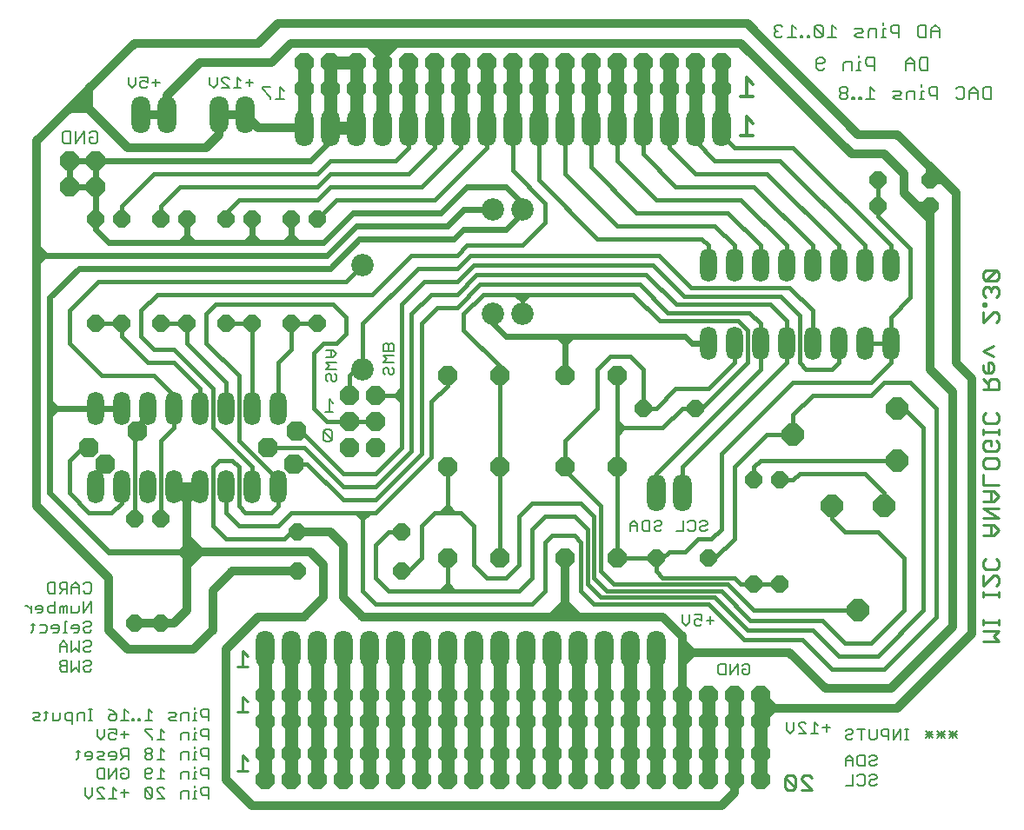
<source format=gbr>
G75*
G70*
%OFA0B0*%
%FSLAX24Y24*%
%IPPOS*%
%LPD*%
%AMOC8*
5,1,8,0,0,1.08239X$1,22.5*
%
%ADD10C,0.0080*%
%ADD11C,0.0110*%
%ADD12C,0.0130*%
%ADD13OC8,0.0720*%
%ADD14O,0.0720X0.1440*%
%ADD15OC8,0.0640*%
%ADD16O,0.0640X0.1280*%
%ADD17OC8,0.0750*%
%ADD18OC8,0.0840*%
%ADD19C,0.0500*%
%ADD20C,0.0160*%
%ADD21C,0.0320*%
%ADD22OC8,0.0760*%
%ADD23C,0.0240*%
%ADD24C,0.0860*%
D10*
X003646Y003380D02*
X003506Y003520D01*
X003506Y003801D01*
X003786Y003801D02*
X003786Y003520D01*
X003646Y003380D01*
X003966Y003380D02*
X004246Y003380D01*
X003966Y003660D01*
X003966Y003731D01*
X004036Y003801D01*
X004176Y003801D01*
X004246Y003731D01*
X004567Y003801D02*
X004567Y003380D01*
X004707Y003380D02*
X004427Y003380D01*
X004707Y003660D02*
X004567Y003801D01*
X004707Y004130D02*
X004707Y004551D01*
X004427Y004130D01*
X004427Y004551D01*
X004246Y004551D02*
X004246Y004130D01*
X004036Y004130D01*
X003966Y004200D01*
X003966Y004481D01*
X004036Y004551D01*
X004246Y004551D01*
X004246Y004880D02*
X004036Y004880D01*
X003966Y004950D01*
X004036Y005020D01*
X004176Y005020D01*
X004246Y005090D01*
X004176Y005160D01*
X003966Y005160D01*
X003786Y005090D02*
X003716Y005160D01*
X003576Y005160D01*
X003506Y005090D01*
X003506Y005020D01*
X003786Y005020D01*
X003786Y004950D02*
X003786Y005090D01*
X003786Y004950D02*
X003716Y004880D01*
X003576Y004880D01*
X003256Y004950D02*
X003256Y005231D01*
X003326Y005160D02*
X003186Y005160D01*
X003256Y004950D02*
X003186Y004880D01*
X003966Y005770D02*
X003966Y006051D01*
X004246Y006051D02*
X004246Y005770D01*
X004106Y005630D01*
X003966Y005770D01*
X004427Y005700D02*
X004497Y005630D01*
X004637Y005630D01*
X004707Y005700D01*
X004707Y005840D02*
X004567Y005910D01*
X004497Y005910D01*
X004427Y005840D01*
X004427Y005700D01*
X004707Y005840D02*
X004707Y006051D01*
X004427Y006051D01*
X004497Y006380D02*
X004427Y006450D01*
X004427Y006520D01*
X004497Y006590D01*
X004707Y006590D01*
X004707Y006450D01*
X004637Y006380D01*
X004497Y006380D01*
X004707Y006590D02*
X004567Y006731D01*
X004427Y006801D01*
X005027Y006801D02*
X005027Y006380D01*
X005167Y006380D02*
X004887Y006380D01*
X005167Y006660D02*
X005027Y006801D01*
X005327Y006450D02*
X005327Y006380D01*
X005397Y006380D01*
X005397Y006450D01*
X005327Y006450D01*
X005557Y006450D02*
X005557Y006380D01*
X005628Y006380D01*
X005628Y006450D01*
X005557Y006450D01*
X005808Y006380D02*
X006088Y006380D01*
X005948Y006380D02*
X005948Y006801D01*
X006088Y006660D01*
X006728Y006660D02*
X006939Y006660D01*
X007009Y006590D01*
X006939Y006520D01*
X006798Y006520D01*
X006728Y006450D01*
X006798Y006380D01*
X007009Y006380D01*
X007189Y006380D02*
X007189Y006590D01*
X007259Y006660D01*
X007469Y006660D01*
X007469Y006380D01*
X007636Y006380D02*
X007776Y006380D01*
X007706Y006380D02*
X007706Y006660D01*
X007776Y006660D01*
X007706Y006801D02*
X007706Y006871D01*
X007956Y006731D02*
X007956Y006590D01*
X008026Y006520D01*
X008236Y006520D01*
X008236Y006380D02*
X008236Y006801D01*
X008026Y006801D01*
X007956Y006731D01*
X007706Y006121D02*
X007706Y006051D01*
X007706Y005910D02*
X007706Y005630D01*
X007776Y005630D02*
X007636Y005630D01*
X007469Y005630D02*
X007469Y005910D01*
X007259Y005910D01*
X007189Y005840D01*
X007189Y005630D01*
X007259Y005160D02*
X007189Y005090D01*
X007189Y004880D01*
X007469Y004880D02*
X007469Y005160D01*
X007259Y005160D01*
X007706Y005160D02*
X007706Y004880D01*
X007776Y004880D02*
X007636Y004880D01*
X007706Y004621D02*
X007706Y004551D01*
X007706Y004410D02*
X007706Y004130D01*
X007776Y004130D02*
X007636Y004130D01*
X007469Y004130D02*
X007469Y004410D01*
X007259Y004410D01*
X007189Y004340D01*
X007189Y004130D01*
X007706Y003871D02*
X007706Y003801D01*
X007706Y003660D02*
X007706Y003380D01*
X007776Y003380D02*
X007636Y003380D01*
X007469Y003380D02*
X007469Y003660D01*
X007259Y003660D01*
X007189Y003590D01*
X007189Y003380D01*
X007706Y003660D02*
X007776Y003660D01*
X007956Y003590D02*
X008026Y003520D01*
X008236Y003520D01*
X008236Y003380D02*
X008236Y003801D01*
X008026Y003801D01*
X007956Y003731D01*
X007956Y003590D01*
X008236Y004130D02*
X008236Y004551D01*
X008026Y004551D01*
X007956Y004481D01*
X007956Y004340D01*
X008026Y004270D01*
X008236Y004270D01*
X007776Y004410D02*
X007706Y004410D01*
X008026Y005020D02*
X008236Y005020D01*
X008236Y004880D02*
X008236Y005301D01*
X008026Y005301D01*
X007956Y005231D01*
X007956Y005090D01*
X008026Y005020D01*
X007776Y005160D02*
X007706Y005160D01*
X007706Y005301D02*
X007706Y005371D01*
X008026Y005770D02*
X008236Y005770D01*
X008236Y005630D02*
X008236Y006051D01*
X008026Y006051D01*
X007956Y005981D01*
X007956Y005840D01*
X008026Y005770D01*
X007776Y005910D02*
X007706Y005910D01*
X006548Y005910D02*
X006408Y006051D01*
X006408Y005630D01*
X006548Y005630D02*
X006268Y005630D01*
X006088Y005630D02*
X006088Y005700D01*
X005808Y005981D01*
X005808Y006051D01*
X006088Y006051D01*
X006018Y005301D02*
X005878Y005301D01*
X005808Y005231D01*
X005808Y005160D01*
X005878Y005090D01*
X006018Y005090D01*
X006088Y005160D01*
X006088Y005231D01*
X006018Y005301D01*
X006018Y005090D02*
X006088Y005020D01*
X006088Y004950D01*
X006018Y004880D01*
X005878Y004880D01*
X005808Y004950D01*
X005808Y005020D01*
X005878Y005090D01*
X006268Y004880D02*
X006548Y004880D01*
X006408Y004880D02*
X006408Y005301D01*
X006548Y005160D01*
X006408Y004551D02*
X006408Y004130D01*
X006548Y004130D02*
X006268Y004130D01*
X006088Y004200D02*
X006018Y004130D01*
X005878Y004130D01*
X005808Y004200D01*
X005808Y004481D01*
X005878Y004551D01*
X006018Y004551D01*
X006088Y004481D01*
X006088Y004410D01*
X006018Y004340D01*
X005808Y004340D01*
X005878Y003801D02*
X005808Y003731D01*
X006088Y003450D01*
X006018Y003380D01*
X005878Y003380D01*
X005808Y003450D01*
X005808Y003731D01*
X005878Y003801D02*
X006018Y003801D01*
X006088Y003731D01*
X006088Y003450D01*
X006268Y003380D02*
X006548Y003380D01*
X006268Y003660D01*
X006268Y003731D01*
X006338Y003801D01*
X006478Y003801D01*
X006548Y003731D01*
X006548Y004410D02*
X006408Y004551D01*
X005167Y004481D02*
X005167Y004200D01*
X005097Y004130D01*
X004957Y004130D01*
X004887Y004200D01*
X004887Y004340D01*
X005027Y004340D01*
X004887Y004481D02*
X004957Y004551D01*
X005097Y004551D01*
X005167Y004481D01*
X005167Y004880D02*
X005167Y005301D01*
X004957Y005301D01*
X004887Y005231D01*
X004887Y005090D01*
X004957Y005020D01*
X005167Y005020D01*
X005027Y005020D02*
X004887Y004880D01*
X004707Y004950D02*
X004707Y005090D01*
X004637Y005160D01*
X004497Y005160D01*
X004427Y005090D01*
X004427Y005020D01*
X004707Y005020D01*
X004707Y004950D02*
X004637Y004880D01*
X004497Y004880D01*
X005027Y005700D02*
X005027Y005981D01*
X005167Y005840D02*
X004887Y005840D01*
X003786Y006380D02*
X003646Y006380D01*
X003716Y006380D02*
X003716Y006801D01*
X003786Y006801D02*
X003646Y006801D01*
X003479Y006660D02*
X003479Y006380D01*
X003199Y006380D02*
X003199Y006590D01*
X003269Y006660D01*
X003479Y006660D01*
X003019Y006660D02*
X003019Y006240D01*
X003019Y006380D02*
X002809Y006380D01*
X002739Y006450D01*
X002739Y006590D01*
X002809Y006660D01*
X003019Y006660D01*
X002559Y006660D02*
X002559Y006450D01*
X002489Y006380D01*
X002278Y006380D01*
X002278Y006660D01*
X002098Y006660D02*
X001958Y006660D01*
X002028Y006731D02*
X002028Y006450D01*
X001958Y006380D01*
X001791Y006380D02*
X001581Y006380D01*
X001511Y006450D01*
X001581Y006520D01*
X001721Y006520D01*
X001791Y006590D01*
X001721Y006660D01*
X001511Y006660D01*
X002605Y008255D02*
X002815Y008255D01*
X002815Y008676D01*
X002605Y008676D01*
X002535Y008606D01*
X002535Y008535D01*
X002605Y008465D01*
X002815Y008465D01*
X002605Y008465D02*
X002535Y008395D01*
X002535Y008325D01*
X002605Y008255D01*
X002996Y008255D02*
X002996Y008676D01*
X003276Y008676D02*
X003276Y008255D01*
X003136Y008395D01*
X002996Y008255D01*
X003456Y008325D02*
X003526Y008255D01*
X003666Y008255D01*
X003736Y008325D01*
X003666Y008465D02*
X003526Y008465D01*
X003456Y008395D01*
X003456Y008325D01*
X003666Y008465D02*
X003736Y008535D01*
X003736Y008606D01*
X003666Y008676D01*
X003526Y008676D01*
X003456Y008606D01*
X003526Y009005D02*
X003666Y009005D01*
X003736Y009075D01*
X003666Y009215D02*
X003526Y009215D01*
X003456Y009145D01*
X003456Y009075D01*
X003526Y009005D01*
X003276Y009005D02*
X003136Y009145D01*
X002996Y009005D01*
X002996Y009426D01*
X002815Y009285D02*
X002675Y009426D01*
X002535Y009285D01*
X002535Y009005D01*
X002535Y009215D02*
X002815Y009215D01*
X002815Y009285D02*
X002815Y009005D01*
X003276Y009005D02*
X003276Y009426D01*
X003456Y009356D02*
X003526Y009426D01*
X003666Y009426D01*
X003736Y009356D01*
X003736Y009285D01*
X003666Y009215D01*
X003666Y009755D02*
X003526Y009755D01*
X003456Y009825D01*
X003456Y009895D01*
X003526Y009965D01*
X003666Y009965D01*
X003736Y010035D01*
X003736Y010106D01*
X003666Y010176D01*
X003526Y010176D01*
X003456Y010106D01*
X003276Y009965D02*
X003206Y010035D01*
X003066Y010035D01*
X002996Y009965D01*
X002996Y009895D01*
X003276Y009895D01*
X003276Y009825D02*
X003276Y009965D01*
X003276Y009825D02*
X003206Y009755D01*
X003066Y009755D01*
X002815Y009755D02*
X002675Y009755D01*
X002745Y009755D02*
X002745Y010176D01*
X002815Y010176D01*
X002815Y010505D02*
X002815Y010785D01*
X002745Y010785D01*
X002675Y010715D01*
X002605Y010785D01*
X002535Y010715D01*
X002535Y010505D01*
X002675Y010505D02*
X002675Y010715D01*
X002355Y010785D02*
X002145Y010785D01*
X002075Y010715D01*
X002075Y010575D01*
X002145Y010505D01*
X002355Y010505D01*
X002355Y010926D01*
X002355Y011255D02*
X002145Y011255D01*
X002075Y011325D01*
X002075Y011606D01*
X002145Y011676D01*
X002355Y011676D01*
X002355Y011255D01*
X002535Y011255D02*
X002675Y011395D01*
X002605Y011395D02*
X002815Y011395D01*
X002815Y011255D02*
X002815Y011676D01*
X002605Y011676D01*
X002535Y011606D01*
X002535Y011465D01*
X002605Y011395D01*
X002996Y011465D02*
X003276Y011465D01*
X003276Y011535D02*
X003136Y011676D01*
X002996Y011535D01*
X002996Y011255D01*
X003276Y011255D02*
X003276Y011535D01*
X003456Y011606D02*
X003526Y011676D01*
X003666Y011676D01*
X003736Y011606D01*
X003736Y011325D01*
X003666Y011255D01*
X003526Y011255D01*
X003456Y011325D01*
X003456Y010926D02*
X003456Y010505D01*
X003736Y010926D01*
X003736Y010505D01*
X003276Y010575D02*
X003206Y010505D01*
X002996Y010505D01*
X002996Y010785D01*
X003276Y010785D02*
X003276Y010575D01*
X002509Y009965D02*
X002439Y010035D01*
X002298Y010035D01*
X002228Y009965D01*
X002228Y009895D01*
X002509Y009895D01*
X002509Y009825D02*
X002509Y009965D01*
X002509Y009825D02*
X002439Y009755D01*
X002298Y009755D01*
X002048Y009825D02*
X001978Y009755D01*
X001768Y009755D01*
X001518Y009825D02*
X001518Y010106D01*
X001588Y010035D02*
X001448Y010035D01*
X001518Y009825D02*
X001448Y009755D01*
X001768Y010035D02*
X001978Y010035D01*
X002048Y009965D01*
X002048Y009825D01*
X001825Y010505D02*
X001895Y010575D01*
X001895Y010715D01*
X001825Y010785D01*
X001685Y010785D01*
X001615Y010715D01*
X001615Y010645D01*
X001895Y010645D01*
X001825Y010505D02*
X001685Y010505D01*
X001434Y010505D02*
X001434Y010785D01*
X001434Y010645D02*
X001294Y010785D01*
X001224Y010785D01*
X003666Y009755D02*
X003736Y009825D01*
X005027Y003731D02*
X005027Y003450D01*
X005167Y003590D02*
X004887Y003590D01*
X012737Y017070D02*
X012657Y017150D01*
X012657Y017471D01*
X012977Y017150D01*
X012897Y017070D01*
X012737Y017070D01*
X012977Y017150D02*
X012977Y017471D01*
X012897Y017551D01*
X012737Y017551D01*
X012657Y017471D01*
X012707Y018220D02*
X013027Y018220D01*
X012867Y018220D02*
X012867Y018701D01*
X013027Y018540D01*
X013021Y019380D02*
X012951Y019450D01*
X012951Y019590D01*
X012881Y019660D01*
X012811Y019660D01*
X012741Y019590D01*
X012741Y019450D01*
X012811Y019380D01*
X013021Y019380D02*
X013091Y019380D01*
X013162Y019450D01*
X013162Y019590D01*
X013091Y019660D01*
X013162Y019841D02*
X012741Y019841D01*
X012881Y019981D01*
X012741Y020121D01*
X013162Y020121D01*
X013021Y020301D02*
X013162Y020441D01*
X013021Y020581D01*
X012741Y020581D01*
X012951Y020581D02*
X012951Y020301D01*
X013021Y020301D02*
X012741Y020301D01*
X014941Y020371D02*
X015362Y020371D01*
X015362Y020551D02*
X014941Y020551D01*
X014941Y020761D01*
X015011Y020831D01*
X015081Y020831D01*
X015151Y020761D01*
X015151Y020551D01*
X015151Y020761D02*
X015221Y020831D01*
X015291Y020831D01*
X015362Y020761D01*
X015362Y020551D01*
X015081Y020231D02*
X014941Y020371D01*
X015081Y020231D02*
X014941Y020091D01*
X015362Y020091D01*
X015291Y019910D02*
X015362Y019840D01*
X015362Y019700D01*
X015291Y019630D01*
X015221Y019630D01*
X015151Y019700D01*
X015151Y019840D01*
X015081Y019910D01*
X015011Y019910D01*
X014941Y019840D01*
X014941Y019700D01*
X015011Y019630D01*
X024416Y013910D02*
X024416Y013630D01*
X024416Y013840D02*
X024697Y013840D01*
X024697Y013910D02*
X024556Y014051D01*
X024416Y013910D01*
X024697Y013910D02*
X024697Y013630D01*
X024877Y013700D02*
X024947Y013630D01*
X025157Y013630D01*
X025157Y014051D01*
X024947Y014051D01*
X024877Y013981D01*
X024877Y013700D01*
X025337Y013700D02*
X025407Y013630D01*
X025547Y013630D01*
X025617Y013700D01*
X025547Y013840D02*
X025407Y013840D01*
X025337Y013770D01*
X025337Y013700D01*
X025547Y013840D02*
X025617Y013910D01*
X025617Y013981D01*
X025547Y014051D01*
X025407Y014051D01*
X025337Y013981D01*
X026166Y013630D02*
X026447Y013630D01*
X026447Y014051D01*
X026627Y013981D02*
X026697Y014051D01*
X026837Y014051D01*
X026907Y013981D01*
X026907Y013700D01*
X026837Y013630D01*
X026697Y013630D01*
X026627Y013700D01*
X027087Y013700D02*
X027157Y013630D01*
X027297Y013630D01*
X027367Y013700D01*
X027297Y013840D02*
X027157Y013840D01*
X027087Y013770D01*
X027087Y013700D01*
X027297Y013840D02*
X027367Y013910D01*
X027367Y013981D01*
X027297Y014051D01*
X027157Y014051D01*
X027087Y013981D01*
X027157Y010426D02*
X026877Y010426D01*
X026947Y010285D02*
X026877Y010215D01*
X026877Y010075D01*
X026947Y010005D01*
X027087Y010005D01*
X027157Y010075D01*
X027157Y010215D02*
X027017Y010285D01*
X026947Y010285D01*
X027157Y010215D02*
X027157Y010426D01*
X027337Y010215D02*
X027617Y010215D01*
X027477Y010075D02*
X027477Y010356D01*
X026697Y010426D02*
X026697Y010145D01*
X026556Y010005D01*
X026416Y010145D01*
X026416Y010426D01*
X027861Y008551D02*
X028072Y008551D01*
X028072Y008130D01*
X027861Y008130D01*
X027791Y008200D01*
X027791Y008481D01*
X027861Y008551D01*
X028252Y008551D02*
X028252Y008130D01*
X028532Y008551D01*
X028532Y008130D01*
X028712Y008200D02*
X028712Y008340D01*
X028852Y008340D01*
X028712Y008200D02*
X028782Y008130D01*
X028922Y008130D01*
X028992Y008200D01*
X028992Y008481D01*
X028922Y008551D01*
X028782Y008551D01*
X028712Y008481D01*
X030416Y006301D02*
X030416Y006020D01*
X030557Y005880D01*
X030697Y006020D01*
X030697Y006301D01*
X030877Y006231D02*
X030947Y006301D01*
X031087Y006301D01*
X031157Y006231D01*
X030877Y006231D02*
X030877Y006160D01*
X031157Y005880D01*
X030877Y005880D01*
X031337Y005880D02*
X031617Y005880D01*
X031477Y005880D02*
X031477Y006301D01*
X031617Y006160D01*
X031797Y006090D02*
X032078Y006090D01*
X031938Y005950D02*
X031938Y006231D01*
X032667Y005981D02*
X032737Y006051D01*
X032877Y006051D01*
X032947Y005981D01*
X032947Y005910D01*
X032877Y005840D01*
X032737Y005840D01*
X032667Y005770D01*
X032667Y005700D01*
X032737Y005630D01*
X032877Y005630D01*
X032947Y005700D01*
X033267Y005630D02*
X033267Y006051D01*
X033407Y006051D02*
X033127Y006051D01*
X033587Y006051D02*
X033587Y005700D01*
X033657Y005630D01*
X033798Y005630D01*
X033868Y005700D01*
X033868Y006051D01*
X034048Y005981D02*
X034048Y005840D01*
X034118Y005770D01*
X034328Y005770D01*
X034328Y005630D02*
X034328Y006051D01*
X034118Y006051D01*
X034048Y005981D01*
X034508Y006051D02*
X034508Y005630D01*
X034788Y006051D01*
X034788Y005630D01*
X034955Y005630D02*
X035095Y005630D01*
X035025Y005630D02*
X035025Y006051D01*
X035095Y006051D02*
X034955Y006051D01*
X035736Y005981D02*
X036016Y005700D01*
X035876Y005700D02*
X035876Y005981D01*
X036016Y005981D02*
X035736Y005700D01*
X035736Y005840D02*
X036016Y005840D01*
X036196Y005840D02*
X036476Y005840D01*
X036476Y005700D02*
X036196Y005981D01*
X036336Y005981D02*
X036336Y005700D01*
X036196Y005700D02*
X036476Y005981D01*
X036656Y005981D02*
X036937Y005700D01*
X036937Y005840D02*
X036656Y005840D01*
X036656Y005700D02*
X036937Y005981D01*
X036796Y005981D02*
X036796Y005700D01*
X033867Y004981D02*
X033867Y004910D01*
X033797Y004840D01*
X033657Y004840D01*
X033587Y004770D01*
X033587Y004700D01*
X033657Y004630D01*
X033797Y004630D01*
X033867Y004700D01*
X033867Y004981D02*
X033797Y005051D01*
X033657Y005051D01*
X033587Y004981D01*
X033407Y005051D02*
X033197Y005051D01*
X033127Y004981D01*
X033127Y004700D01*
X033197Y004630D01*
X033407Y004630D01*
X033407Y005051D01*
X032947Y004910D02*
X032947Y004630D01*
X032947Y004840D02*
X032666Y004840D01*
X032666Y004910D02*
X032666Y004630D01*
X032666Y004910D02*
X032806Y005051D01*
X032947Y004910D01*
X032947Y004301D02*
X032947Y003880D01*
X032666Y003880D01*
X033127Y003950D02*
X033197Y003880D01*
X033337Y003880D01*
X033407Y003950D01*
X033407Y004231D01*
X033337Y004301D01*
X033197Y004301D01*
X033127Y004231D01*
X033587Y004231D02*
X033657Y004301D01*
X033797Y004301D01*
X033867Y004231D01*
X033867Y004160D01*
X033797Y004090D01*
X033657Y004090D01*
X033587Y004020D01*
X033587Y003950D01*
X033657Y003880D01*
X033797Y003880D01*
X033867Y003950D01*
X003986Y028585D02*
X003906Y028505D01*
X003746Y028505D01*
X003666Y028585D01*
X003666Y028745D01*
X003826Y028745D01*
X003986Y028906D02*
X003986Y028585D01*
X003986Y028906D02*
X003906Y028986D01*
X003746Y028986D01*
X003666Y028906D01*
X003471Y028986D02*
X003471Y028505D01*
X003150Y028505D02*
X003150Y028986D01*
X002955Y028986D02*
X002715Y028986D01*
X002635Y028906D01*
X002635Y028585D01*
X002715Y028505D01*
X002955Y028505D01*
X002955Y028986D01*
X003471Y028986D02*
X003150Y028505D01*
X005306Y030630D02*
X005166Y030770D01*
X005166Y031051D01*
X005447Y031051D02*
X005447Y030770D01*
X005306Y030630D01*
X005627Y030700D02*
X005697Y030630D01*
X005837Y030630D01*
X005907Y030700D01*
X005907Y030840D02*
X005767Y030910D01*
X005697Y030910D01*
X005627Y030840D01*
X005627Y030700D01*
X005907Y030840D02*
X005907Y031051D01*
X005627Y031051D01*
X006087Y030840D02*
X006367Y030840D01*
X006227Y030700D02*
X006227Y030981D01*
X008291Y031051D02*
X008291Y030770D01*
X008432Y030630D01*
X008572Y030770D01*
X008572Y031051D01*
X008752Y030981D02*
X008822Y031051D01*
X008962Y031051D01*
X009032Y030981D01*
X008752Y030981D02*
X008752Y030910D01*
X009032Y030630D01*
X008752Y030630D01*
X009212Y030630D02*
X009492Y030630D01*
X009352Y030630D02*
X009352Y031051D01*
X009492Y030910D01*
X009672Y030840D02*
X009953Y030840D01*
X009813Y030700D02*
X009813Y030981D01*
X010307Y030676D02*
X010307Y030596D01*
X010627Y030275D01*
X010627Y030195D01*
X010822Y030195D02*
X011142Y030195D01*
X010982Y030195D02*
X010982Y030676D01*
X011142Y030515D01*
X010627Y030676D02*
X010307Y030676D01*
X029932Y032650D02*
X030012Y032570D01*
X030172Y032570D01*
X030252Y032650D01*
X030447Y032570D02*
X030768Y032570D01*
X030607Y032570D02*
X030607Y033051D01*
X030768Y032890D01*
X030945Y032650D02*
X030945Y032570D01*
X031025Y032570D01*
X031025Y032650D01*
X030945Y032650D01*
X031203Y032650D02*
X031203Y032570D01*
X031283Y032570D01*
X031283Y032650D01*
X031203Y032650D01*
X031479Y032650D02*
X031479Y032971D01*
X031799Y032650D01*
X031719Y032570D01*
X031559Y032570D01*
X031479Y032650D01*
X031799Y032650D02*
X031799Y032971D01*
X031719Y033051D01*
X031559Y033051D01*
X031479Y032971D01*
X031994Y032570D02*
X032314Y032570D01*
X032154Y032570D02*
X032154Y033051D01*
X032314Y032890D01*
X033025Y032890D02*
X033266Y032890D01*
X033346Y032810D01*
X033266Y032730D01*
X033106Y032730D01*
X033025Y032650D01*
X033106Y032570D01*
X033346Y032570D01*
X033541Y032570D02*
X033541Y032810D01*
X033621Y032890D01*
X033861Y032890D01*
X033861Y032570D01*
X034045Y032570D02*
X034205Y032570D01*
X034125Y032570D02*
X034125Y032890D01*
X034205Y032890D01*
X034125Y033051D02*
X034125Y033131D01*
X034400Y032971D02*
X034400Y032810D01*
X034481Y032730D01*
X034721Y032730D01*
X034721Y032570D02*
X034721Y033051D01*
X034481Y033051D01*
X034400Y032971D01*
X035432Y032971D02*
X035432Y032650D01*
X035512Y032570D01*
X035752Y032570D01*
X035752Y033051D01*
X035512Y033051D01*
X035432Y032971D01*
X035947Y032890D02*
X035947Y032570D01*
X035947Y032810D02*
X036268Y032810D01*
X036268Y032890D02*
X036107Y033051D01*
X035947Y032890D01*
X036268Y032890D02*
X036268Y032570D01*
X035830Y031801D02*
X035590Y031801D01*
X035510Y031721D01*
X035510Y031400D01*
X035590Y031320D01*
X035830Y031320D01*
X035830Y031801D01*
X035314Y031640D02*
X035154Y031801D01*
X034994Y031640D01*
X034994Y031320D01*
X034994Y031560D02*
X035314Y031560D01*
X035314Y031640D02*
X035314Y031320D01*
X035594Y030756D02*
X035594Y030676D01*
X035594Y030515D02*
X035594Y030195D01*
X035674Y030195D02*
X035514Y030195D01*
X035330Y030195D02*
X035330Y030515D01*
X035090Y030515D01*
X035010Y030435D01*
X035010Y030195D01*
X034814Y030195D02*
X034574Y030195D01*
X034494Y030275D01*
X034574Y030355D01*
X034734Y030355D01*
X034814Y030435D01*
X034734Y030515D01*
X034494Y030515D01*
X033783Y030515D02*
X033623Y030676D01*
X033623Y030195D01*
X033783Y030195D02*
X033463Y030195D01*
X033268Y030195D02*
X033188Y030195D01*
X033188Y030275D01*
X033268Y030275D01*
X033268Y030195D01*
X033010Y030195D02*
X032930Y030195D01*
X032930Y030275D01*
X033010Y030275D01*
X033010Y030195D01*
X032752Y030275D02*
X032752Y030355D01*
X032672Y030435D01*
X032512Y030435D01*
X032432Y030355D01*
X032432Y030275D01*
X032512Y030195D01*
X032672Y030195D01*
X032752Y030275D01*
X032672Y030435D02*
X032752Y030515D01*
X032752Y030596D01*
X032672Y030676D01*
X032512Y030676D01*
X032432Y030596D01*
X032432Y030515D01*
X032512Y030435D01*
X032588Y031320D02*
X032588Y031560D01*
X032668Y031640D01*
X032908Y031640D01*
X032908Y031320D01*
X033092Y031320D02*
X033252Y031320D01*
X033172Y031320D02*
X033172Y031640D01*
X033252Y031640D01*
X033172Y031801D02*
X033172Y031881D01*
X033447Y031721D02*
X033447Y031560D01*
X033527Y031480D01*
X033768Y031480D01*
X033768Y031320D02*
X033768Y031801D01*
X033527Y031801D01*
X033447Y031721D01*
X031877Y031721D02*
X031877Y031640D01*
X031797Y031560D01*
X031557Y031560D01*
X031557Y031400D02*
X031557Y031721D01*
X031637Y031801D01*
X031797Y031801D01*
X031877Y031721D01*
X031877Y031400D02*
X031797Y031320D01*
X031637Y031320D01*
X031557Y031400D01*
X030092Y032810D02*
X030012Y032810D01*
X029932Y032730D01*
X029932Y032650D01*
X030012Y032810D02*
X029932Y032890D01*
X029932Y032971D01*
X030012Y033051D01*
X030172Y033051D01*
X030252Y032971D01*
X035594Y030515D02*
X035674Y030515D01*
X035869Y030435D02*
X035949Y030355D01*
X036189Y030355D01*
X036189Y030195D02*
X036189Y030676D01*
X035949Y030676D01*
X035869Y030596D01*
X035869Y030435D01*
X036900Y030275D02*
X036981Y030195D01*
X037141Y030195D01*
X037221Y030275D01*
X037221Y030596D01*
X037141Y030676D01*
X036981Y030676D01*
X036900Y030596D01*
X037416Y030515D02*
X037416Y030195D01*
X037416Y030435D02*
X037736Y030435D01*
X037736Y030515D02*
X037576Y030676D01*
X037416Y030515D01*
X037736Y030515D02*
X037736Y030195D01*
X037932Y030275D02*
X037932Y030596D01*
X038012Y030676D01*
X038252Y030676D01*
X038252Y030195D01*
X038012Y030195D01*
X037932Y030275D01*
D11*
X038055Y023646D02*
X037956Y023548D01*
X037956Y023351D01*
X038055Y023253D01*
X038448Y023646D01*
X038055Y023646D01*
X038448Y023646D02*
X038547Y023548D01*
X038547Y023351D01*
X038448Y023253D01*
X038055Y023253D01*
X038055Y023002D02*
X037956Y022903D01*
X037956Y022706D01*
X038055Y022608D01*
X038055Y022384D02*
X037956Y022384D01*
X037956Y022286D01*
X038055Y022286D01*
X038055Y022384D01*
X037956Y022035D02*
X037956Y021641D01*
X038350Y022035D01*
X038448Y022035D01*
X038547Y021936D01*
X038547Y021740D01*
X038448Y021641D01*
X038350Y020746D02*
X037956Y020549D01*
X038350Y020352D01*
X038251Y020101D02*
X038153Y020101D01*
X038153Y019708D01*
X038251Y019708D02*
X038350Y019806D01*
X038350Y020003D01*
X038251Y020101D01*
X037956Y020003D02*
X037956Y019806D01*
X038055Y019708D01*
X038251Y019708D01*
X038251Y019457D02*
X038153Y019358D01*
X038153Y019063D01*
X037956Y019063D02*
X038547Y019063D01*
X038547Y019358D01*
X038448Y019457D01*
X038251Y019457D01*
X038153Y019260D02*
X037956Y019457D01*
X038055Y018168D02*
X037956Y018069D01*
X037956Y017872D01*
X038055Y017774D01*
X038448Y017774D01*
X038547Y017872D01*
X038547Y018069D01*
X038448Y018168D01*
X038547Y017541D02*
X038547Y017344D01*
X038547Y017443D02*
X037956Y017443D01*
X037956Y017541D02*
X037956Y017344D01*
X038055Y017094D02*
X038251Y017094D01*
X038251Y016897D01*
X038055Y017094D02*
X037956Y016995D01*
X037956Y016798D01*
X038055Y016700D01*
X038448Y016700D01*
X038547Y016798D01*
X038547Y016995D01*
X038448Y017094D01*
X038448Y016449D02*
X038055Y016449D01*
X037956Y016351D01*
X037956Y016154D01*
X038055Y016055D01*
X038448Y016055D01*
X038547Y016154D01*
X038547Y016351D01*
X038448Y016449D01*
X037956Y015804D02*
X037956Y015411D01*
X038547Y015411D01*
X038350Y015160D02*
X037956Y015160D01*
X038251Y015160D02*
X038251Y014766D01*
X038350Y014766D02*
X038547Y014963D01*
X038350Y015160D01*
X038350Y014766D02*
X037956Y014766D01*
X037956Y014515D02*
X038547Y014515D01*
X038547Y014122D02*
X037956Y014515D01*
X037956Y014122D02*
X038547Y014122D01*
X038350Y013871D02*
X037956Y013871D01*
X038251Y013871D02*
X038251Y013477D01*
X038350Y013477D02*
X038547Y013674D01*
X038350Y013871D01*
X038350Y013477D02*
X037956Y013477D01*
X038055Y012582D02*
X037956Y012483D01*
X037956Y012287D01*
X038055Y012188D01*
X038448Y012188D01*
X038547Y012287D01*
X038547Y012483D01*
X038448Y012582D01*
X038448Y011937D02*
X038547Y011839D01*
X038547Y011642D01*
X038448Y011544D01*
X038547Y011311D02*
X038547Y011114D01*
X038547Y011212D02*
X037956Y011212D01*
X037956Y011114D02*
X037956Y011311D01*
X037956Y011544D02*
X038350Y011937D01*
X038448Y011937D01*
X037956Y011937D02*
X037956Y011544D01*
X037956Y010237D02*
X037956Y010040D01*
X037956Y010138D02*
X038547Y010138D01*
X038547Y010040D02*
X038547Y010237D01*
X038547Y009789D02*
X037956Y009789D01*
X037956Y009395D02*
X038547Y009395D01*
X038350Y009592D01*
X038547Y009789D01*
X031385Y004187D02*
X031287Y004286D01*
X031090Y004286D01*
X030992Y004187D01*
X030992Y004089D01*
X031385Y003695D01*
X030992Y003695D01*
X030741Y003794D02*
X030347Y004187D01*
X030347Y003794D01*
X030446Y003695D01*
X030642Y003695D01*
X030741Y003794D01*
X030741Y004187D01*
X030642Y004286D01*
X030446Y004286D01*
X030347Y004187D01*
X009741Y004445D02*
X009347Y004445D01*
X009544Y004445D02*
X009544Y005036D01*
X009741Y004839D01*
X009741Y006695D02*
X009347Y006695D01*
X009544Y006695D02*
X009544Y007286D01*
X009741Y007089D01*
X009741Y008445D02*
X009347Y008445D01*
X009544Y008445D02*
X009544Y009036D01*
X009741Y008839D01*
X038055Y023002D02*
X038153Y023002D01*
X038251Y022903D01*
X038251Y022805D01*
X038251Y022903D02*
X038350Y023002D01*
X038448Y023002D01*
X038547Y022903D01*
X038547Y022706D01*
X038448Y022608D01*
D12*
X029128Y028795D02*
X028641Y028795D01*
X028885Y028795D02*
X028885Y029526D01*
X029128Y029282D01*
X029128Y030295D02*
X028641Y030295D01*
X028885Y030295D02*
X028885Y031026D01*
X029128Y030782D01*
D13*
X027901Y030590D03*
X026901Y030590D03*
X025901Y030590D03*
X024901Y030590D03*
X023901Y030590D03*
X022901Y030590D03*
X021901Y030590D03*
X020901Y030590D03*
X019901Y030590D03*
X018901Y030590D03*
X017901Y030590D03*
X016901Y030590D03*
X015901Y030590D03*
X014901Y030590D03*
X013901Y030590D03*
X012901Y030590D03*
X011901Y030590D03*
X011901Y031590D03*
X012901Y031590D03*
X013901Y031590D03*
X014901Y031590D03*
X015901Y031590D03*
X016901Y031590D03*
X017901Y031590D03*
X018901Y031590D03*
X019901Y031590D03*
X020901Y031590D03*
X021901Y031590D03*
X022901Y031590D03*
X023901Y031590D03*
X024901Y031590D03*
X025901Y031590D03*
X026901Y031590D03*
X027901Y031590D03*
X014651Y018840D03*
X013651Y018840D03*
X013651Y017840D03*
X014651Y017840D03*
X014651Y016840D03*
X013651Y016840D03*
X013401Y007340D03*
X012401Y007340D03*
X012401Y006340D03*
X013401Y006340D03*
X014401Y006340D03*
X015401Y006340D03*
X016401Y006340D03*
X017401Y006340D03*
X018401Y006340D03*
X019401Y006340D03*
X020401Y006340D03*
X021401Y006340D03*
X022401Y006340D03*
X023401Y006340D03*
X024401Y006340D03*
X025401Y006340D03*
X026401Y006340D03*
X027401Y006340D03*
X028401Y006340D03*
X029401Y006340D03*
X029401Y007340D03*
X028401Y007340D03*
X027401Y007340D03*
X026401Y007340D03*
X025401Y007340D03*
X024401Y007340D03*
X023401Y007340D03*
X022401Y007340D03*
X021401Y007340D03*
X020401Y007340D03*
X019401Y007340D03*
X018401Y007340D03*
X017401Y007340D03*
X016401Y007340D03*
X015401Y007340D03*
X014401Y007340D03*
X014401Y005090D03*
X015401Y005090D03*
X015401Y004090D03*
X014401Y004090D03*
X013401Y004090D03*
X012401Y004090D03*
X011401Y004090D03*
X010401Y004090D03*
X010401Y005090D03*
X011401Y005090D03*
X012401Y005090D03*
X013401Y005090D03*
X011401Y006340D03*
X010401Y006340D03*
X010401Y007340D03*
X011401Y007340D03*
X016401Y005090D03*
X017401Y005090D03*
X017401Y004090D03*
X016401Y004090D03*
X018401Y004090D03*
X019401Y004090D03*
X020401Y004090D03*
X021401Y004090D03*
X022401Y004090D03*
X023401Y004090D03*
X024401Y004090D03*
X025401Y004090D03*
X026401Y004090D03*
X027401Y004090D03*
X028401Y004090D03*
X029401Y004090D03*
X029401Y005090D03*
X028401Y005090D03*
X027401Y005090D03*
X026401Y005090D03*
X025401Y005090D03*
X024401Y005090D03*
X023401Y005090D03*
X022401Y005090D03*
X021401Y005090D03*
X020401Y005090D03*
X019401Y005090D03*
X018401Y005090D03*
X003901Y026840D03*
X002901Y026840D03*
X002901Y027840D03*
X003901Y027840D03*
D14*
X005651Y029590D03*
X006651Y029590D03*
X008651Y029590D03*
X009651Y029590D03*
X011901Y029090D03*
X012901Y029090D03*
X013901Y029090D03*
X014901Y029090D03*
X015901Y029090D03*
X016901Y029090D03*
X017901Y029090D03*
X018901Y029090D03*
X019901Y029090D03*
X020901Y029090D03*
X021901Y029090D03*
X022901Y029090D03*
X023901Y029090D03*
X024901Y029090D03*
X025901Y029090D03*
X026901Y029090D03*
X027901Y029090D03*
X026401Y015090D03*
X025401Y015090D03*
X025401Y009090D03*
X024401Y009090D03*
X023401Y009090D03*
X022401Y009090D03*
X021401Y009090D03*
X020401Y009090D03*
X019401Y009090D03*
X018401Y009090D03*
X017401Y009090D03*
X016401Y009090D03*
X015401Y009090D03*
X014401Y009090D03*
X013401Y009090D03*
X012401Y009090D03*
X011401Y009090D03*
X010401Y009090D03*
D15*
X011651Y012090D03*
X011651Y013590D03*
X015651Y013590D03*
X015651Y012090D03*
X006401Y010090D03*
X005401Y010090D03*
X005401Y014090D03*
X006401Y014090D03*
X006401Y021590D03*
X007401Y021590D03*
X008901Y021590D03*
X009901Y021590D03*
X011401Y021590D03*
X012401Y021590D03*
X012401Y025590D03*
X011401Y025590D03*
X009901Y025590D03*
X008901Y025590D03*
X007401Y025590D03*
X006401Y025590D03*
X004901Y025590D03*
X003901Y025590D03*
X003901Y021590D03*
X004901Y021590D03*
X024901Y018340D03*
X026901Y018340D03*
X029151Y015590D03*
X030151Y015590D03*
X027401Y012590D03*
X029151Y011590D03*
X030151Y011590D03*
X025401Y012590D03*
X033901Y026090D03*
X033901Y027090D03*
X035901Y027090D03*
X035901Y026090D03*
D16*
X034401Y023840D03*
X033401Y023840D03*
X032401Y023840D03*
X031401Y023840D03*
X030401Y023840D03*
X029401Y023840D03*
X028401Y023840D03*
X027401Y023840D03*
X027401Y020840D03*
X028401Y020840D03*
X029401Y020840D03*
X030401Y020840D03*
X031401Y020840D03*
X032401Y020840D03*
X033401Y020840D03*
X034401Y020840D03*
X010901Y018340D03*
X009901Y018340D03*
X008901Y018340D03*
X007901Y018340D03*
X006901Y018340D03*
X005901Y018340D03*
X004901Y018340D03*
X003901Y018340D03*
X003901Y015340D03*
X004901Y015340D03*
X005901Y015340D03*
X006901Y015340D03*
X007901Y015340D03*
X008901Y015340D03*
X009901Y015340D03*
X010901Y015340D03*
D17*
X017401Y016090D03*
X019401Y016090D03*
X021901Y016090D03*
X023901Y016090D03*
X023901Y019590D03*
X021901Y019590D03*
X019401Y019590D03*
X017401Y019590D03*
X017401Y012590D03*
X019401Y012590D03*
X021901Y012590D03*
X023901Y012590D03*
D18*
X030651Y017340D03*
X032151Y014590D03*
X034151Y014590D03*
X034651Y016340D03*
X034651Y018340D03*
X033151Y010590D03*
D19*
X029401Y007340D02*
X029401Y006840D01*
X029401Y006340D01*
X029401Y005090D01*
X029401Y004090D01*
X028401Y004090D02*
X028401Y005090D01*
X028401Y006340D01*
X028401Y007340D01*
X027401Y007340D02*
X027401Y006340D01*
X027401Y005090D01*
X027401Y004090D01*
X026401Y004090D02*
X026401Y005090D01*
X026401Y006340D01*
X026401Y007340D01*
X025401Y007340D02*
X025401Y006340D01*
X025401Y005090D01*
X025401Y004090D01*
X024401Y004090D02*
X024401Y005090D01*
X024401Y006340D01*
X024401Y007340D01*
X024401Y009090D01*
X023401Y009090D02*
X023401Y007340D01*
X023401Y006340D01*
X023401Y005090D01*
X023401Y004090D01*
X022401Y004090D02*
X022401Y005090D01*
X022401Y006340D01*
X022401Y007340D01*
X022401Y009090D01*
X021401Y009090D02*
X021401Y007340D01*
X021401Y006340D01*
X021401Y005090D01*
X021401Y004090D01*
X020401Y004090D02*
X020401Y005090D01*
X020401Y006340D01*
X020401Y007340D01*
X020401Y009090D01*
X019401Y009090D02*
X019401Y007340D01*
X019401Y006340D01*
X019401Y005090D01*
X019401Y004090D01*
X018401Y004090D02*
X018401Y005090D01*
X018401Y006340D01*
X018401Y007340D01*
X018401Y009090D01*
X017401Y009090D02*
X017401Y007340D01*
X017401Y006340D01*
X017401Y005090D01*
X017401Y004090D01*
X016401Y004090D02*
X016401Y005090D01*
X016401Y006340D01*
X016401Y007340D01*
X016401Y009090D01*
X015401Y009090D02*
X015401Y007340D01*
X015401Y006340D01*
X015401Y005090D01*
X015401Y004090D01*
X014401Y004090D02*
X014401Y005090D01*
X014401Y006340D01*
X014401Y007340D01*
X014401Y009090D01*
X013401Y009090D02*
X013401Y007340D01*
X013401Y006340D01*
X013401Y005090D01*
X013401Y004090D01*
X012401Y004090D02*
X012401Y005090D01*
X012401Y006340D01*
X012401Y007340D01*
X012401Y009090D01*
X011401Y009090D02*
X011401Y007340D01*
X011401Y006340D01*
X011401Y005090D01*
X011401Y004090D01*
X010401Y004090D02*
X010401Y005090D01*
X010401Y006340D01*
X010401Y007340D01*
X010401Y009090D01*
X025401Y009090D02*
X025401Y007340D01*
X024901Y029090D02*
X024901Y030590D01*
X024901Y031590D01*
X023901Y031590D02*
X023901Y030590D01*
X023901Y029090D01*
X022901Y029090D02*
X022901Y030590D01*
X022901Y031590D01*
X021901Y031590D02*
X021901Y030590D01*
X021901Y029090D01*
X020901Y029090D02*
X020901Y030590D01*
X020901Y031590D01*
X019901Y031590D02*
X019901Y030590D01*
X019901Y029090D01*
X018901Y029090D02*
X018901Y030590D01*
X018901Y031590D01*
X017901Y031590D02*
X017901Y030590D01*
X017901Y029090D01*
X016901Y029090D02*
X016901Y030590D01*
X016901Y031590D01*
X015901Y031590D02*
X015901Y030590D01*
X015901Y029090D01*
X014901Y029090D02*
X014901Y030590D01*
X014901Y031590D01*
X013901Y031590D02*
X012901Y031590D01*
X012901Y030590D01*
X012901Y029090D01*
X013901Y029090D01*
X013901Y030590D01*
X013901Y031590D01*
X011901Y031590D02*
X011901Y030590D01*
X011901Y029090D01*
X025901Y029090D02*
X025901Y030590D01*
X025901Y031590D01*
X026901Y031590D02*
X026901Y030590D01*
X026901Y029090D01*
X027901Y029090D02*
X027901Y030590D01*
X027901Y031590D01*
D20*
X027901Y029090D02*
X027901Y028840D01*
X028401Y028340D01*
X030651Y028340D01*
X034401Y024590D01*
X034401Y023840D01*
X035151Y024465D02*
X035151Y022590D01*
X034401Y021840D01*
X034401Y020840D01*
X034401Y020090D01*
X033651Y019340D01*
X030651Y019340D01*
X027901Y016590D01*
X027901Y013715D01*
X027526Y013340D01*
X027026Y013340D01*
X026526Y012840D01*
X025901Y012840D01*
X025651Y012590D01*
X025401Y012590D01*
X023901Y012590D01*
X023901Y016090D01*
X023901Y017340D01*
X024151Y017590D01*
X023901Y017590D01*
X023901Y017340D01*
X023901Y017590D02*
X023901Y017840D01*
X024151Y017590D01*
X025651Y017590D01*
X026401Y018340D01*
X026901Y018340D01*
X027151Y018340D01*
X028901Y020090D01*
X028901Y021340D01*
X028551Y021690D01*
X025551Y021690D01*
X024526Y022715D01*
X020526Y022715D01*
X020276Y022465D01*
X020026Y022715D01*
X018776Y022715D01*
X018026Y021965D01*
X018026Y021340D01*
X019401Y019965D01*
X019401Y019590D01*
X019401Y016090D01*
X019401Y012590D01*
X019651Y011840D02*
X018901Y011840D01*
X018401Y012340D01*
X018401Y013840D01*
X017901Y014340D01*
X017651Y014340D01*
X017401Y014590D01*
X017151Y014340D01*
X017401Y014340D01*
X017401Y014590D01*
X017401Y016090D01*
X016776Y016465D02*
X014651Y014340D01*
X014401Y014340D01*
X014151Y014090D01*
X013901Y014340D01*
X014151Y014340D01*
X014151Y014090D01*
X014151Y011340D01*
X014651Y010840D01*
X020651Y010840D01*
X021151Y011340D01*
X021151Y013215D01*
X021401Y013465D01*
X022276Y013465D01*
X022526Y013215D01*
X022526Y011340D01*
X023026Y010840D01*
X027401Y010840D01*
X028776Y009465D01*
X031026Y009465D01*
X032151Y008340D01*
X034151Y008340D01*
X036151Y010340D01*
X036151Y018340D01*
X035151Y019340D01*
X034151Y019340D01*
X033651Y018840D01*
X031401Y018840D01*
X030651Y018090D01*
X030651Y017340D01*
X029651Y017340D01*
X028401Y016090D01*
X028401Y013340D01*
X027651Y012590D01*
X027401Y012590D01*
X028401Y011840D02*
X025651Y011840D01*
X025401Y012090D01*
X025401Y012590D01*
X023776Y011590D02*
X028151Y011590D01*
X029151Y010590D01*
X033151Y010590D01*
X032651Y009340D02*
X031776Y010215D01*
X029026Y010215D01*
X027901Y011340D01*
X023526Y011340D01*
X023026Y011840D01*
X023026Y014215D01*
X022526Y014715D01*
X020651Y014715D01*
X020151Y014215D01*
X020151Y012340D01*
X019651Y011840D01*
X020151Y011340D02*
X017651Y011340D01*
X017401Y011590D01*
X017151Y011340D01*
X017401Y011340D01*
X017401Y011590D01*
X017401Y012590D01*
X016401Y012590D02*
X016401Y013840D01*
X016901Y014340D01*
X017151Y014340D01*
X017401Y014340D02*
X017651Y014340D01*
X015651Y013590D02*
X015151Y013590D01*
X014651Y013090D01*
X014651Y011840D01*
X015151Y011340D01*
X017151Y011340D01*
X017401Y011340D02*
X017651Y011340D01*
X016401Y012590D02*
X015901Y012090D01*
X015651Y012090D01*
X014401Y014340D02*
X014151Y014340D01*
X013901Y014340D02*
X011401Y014340D01*
X010901Y013840D01*
X009401Y013840D01*
X008901Y014340D01*
X008901Y015340D01*
X009401Y016090D02*
X009401Y014590D01*
X009651Y014340D01*
X010651Y014340D01*
X010901Y014590D01*
X010901Y015340D01*
X010901Y015590D01*
X009401Y017090D01*
X009401Y019590D01*
X008151Y020840D01*
X008151Y021965D01*
X008526Y022340D01*
X013026Y022340D01*
X013526Y021840D01*
X013526Y021215D01*
X013151Y020840D01*
X012651Y020840D01*
X012276Y020465D01*
X012276Y018340D01*
X012776Y017840D01*
X013651Y017840D01*
X014651Y017840D01*
X013651Y017840D01*
X013651Y018840D02*
X013651Y019590D01*
X013901Y019840D01*
X014151Y019840D01*
X014151Y021590D01*
X016276Y023715D01*
X017776Y023715D01*
X018276Y024215D01*
X025526Y024215D01*
X026761Y022980D01*
X030511Y022980D01*
X031401Y022090D01*
X031401Y020840D01*
X032401Y020840D02*
X032401Y020090D01*
X032151Y019840D01*
X031151Y019840D01*
X030901Y020090D01*
X030901Y021915D01*
X030176Y022640D01*
X026476Y022640D01*
X025276Y023840D01*
X018401Y023840D01*
X017776Y023215D01*
X016526Y023215D01*
X015651Y022340D01*
X015651Y019090D01*
X015651Y018840D01*
X015651Y018590D01*
X015651Y016840D01*
X014651Y015840D01*
X013401Y015840D01*
X011801Y017440D01*
X011626Y017440D01*
X011626Y017465D01*
X011901Y016840D02*
X010526Y016840D01*
X009901Y016090D02*
X008401Y017590D01*
X008401Y019090D01*
X006901Y020590D01*
X006151Y020590D01*
X005651Y021090D01*
X005651Y022090D01*
X006276Y022715D01*
X014526Y022715D01*
X016026Y024215D01*
X017776Y024215D01*
X018151Y024590D01*
X020276Y024590D01*
X021151Y025465D01*
X021151Y026215D01*
X019901Y027465D01*
X019901Y029090D01*
X020901Y029090D02*
X020901Y027090D01*
X023151Y024840D01*
X027151Y024840D01*
X027401Y024590D01*
X027401Y023840D01*
X028401Y023840D02*
X028401Y024590D01*
X027651Y025340D01*
X023901Y025340D01*
X021901Y027340D01*
X021901Y029090D01*
X022901Y029090D02*
X022901Y027590D01*
X024651Y025840D01*
X028151Y025840D01*
X029401Y024590D01*
X029401Y023840D01*
X030401Y023840D02*
X030401Y024590D01*
X028651Y026340D01*
X025401Y026340D01*
X023901Y027840D01*
X023901Y029090D01*
X024901Y029090D02*
X024901Y028090D01*
X026151Y026840D01*
X029151Y026840D01*
X031401Y024590D01*
X031401Y023840D01*
X032401Y023840D02*
X032401Y024590D01*
X029651Y027340D01*
X026901Y027340D01*
X025901Y028340D01*
X025901Y029090D01*
X026901Y029090D02*
X026901Y028590D01*
X027651Y027840D01*
X030151Y027840D01*
X033401Y024590D01*
X033401Y023840D01*
X035151Y024465D02*
X033901Y025715D01*
X033901Y026090D01*
X033901Y027090D01*
X029766Y022325D02*
X026166Y022325D01*
X025026Y023465D01*
X018526Y023465D01*
X017776Y022715D01*
X016776Y022715D01*
X016026Y021965D01*
X016026Y016715D01*
X014651Y015340D01*
X013401Y015340D01*
X011901Y016840D01*
X012026Y016215D02*
X011526Y016215D01*
X012026Y016215D02*
X013401Y014840D01*
X014651Y014840D01*
X016401Y016590D01*
X016401Y021590D01*
X017026Y022215D01*
X017776Y022215D01*
X018651Y023090D01*
X024776Y023090D01*
X025856Y022010D01*
X028981Y022010D01*
X029401Y021590D01*
X029401Y020840D01*
X029401Y019840D01*
X025401Y015840D01*
X025401Y015090D01*
X026401Y015090D02*
X026401Y016090D01*
X030401Y020090D01*
X030401Y020840D01*
X030401Y021690D01*
X029766Y022325D01*
X028401Y020840D02*
X028401Y020090D01*
X027401Y019090D01*
X026151Y019090D01*
X025401Y018340D01*
X024901Y018340D01*
X024901Y019840D01*
X024401Y020340D01*
X023651Y020340D01*
X023151Y019840D01*
X023151Y018340D01*
X021901Y017090D01*
X021901Y016090D01*
X021901Y015965D01*
X023276Y014590D01*
X023276Y012090D01*
X023776Y011590D01*
X023276Y011090D02*
X027651Y011090D01*
X028901Y009840D01*
X031401Y009840D01*
X032401Y008840D01*
X033901Y008840D01*
X035651Y010590D01*
X035651Y017590D01*
X034901Y018340D01*
X034651Y018340D01*
X034651Y016340D02*
X029401Y016340D01*
X029151Y016090D01*
X029151Y015590D01*
X030151Y015590D02*
X030651Y015590D01*
X030901Y015840D01*
X033401Y015840D01*
X034151Y015090D01*
X034151Y014590D01*
X033901Y013590D02*
X034901Y012590D01*
X034901Y010590D01*
X033651Y009340D01*
X032651Y009340D01*
X030151Y011590D02*
X029151Y011590D01*
X028651Y011590D01*
X028401Y011840D01*
X032151Y014090D02*
X032151Y014590D01*
X032151Y014090D02*
X032651Y013590D01*
X033901Y013590D01*
X034401Y020840D02*
X033401Y020840D01*
X023901Y019590D02*
X023901Y017840D01*
X022276Y014215D02*
X021151Y014215D01*
X020651Y013715D01*
X020651Y011840D01*
X020151Y011340D01*
X022776Y011590D02*
X022776Y013715D01*
X022276Y014215D01*
X022776Y011590D02*
X023276Y011090D01*
X016776Y016465D02*
X016776Y018590D01*
X017401Y019215D01*
X017401Y019590D01*
X015651Y019090D02*
X015401Y018840D01*
X015651Y018590D01*
X015651Y018840D02*
X015401Y018840D01*
X014651Y018840D01*
X012401Y021590D02*
X011651Y021590D01*
X011401Y021340D01*
X011401Y021590D01*
X011651Y021590D01*
X011401Y021340D02*
X011401Y020590D01*
X010901Y020090D01*
X010901Y018340D01*
X009901Y018340D02*
X009901Y018840D01*
X009901Y021340D01*
X009651Y021590D01*
X008901Y021590D01*
X009651Y021590D02*
X009901Y021590D01*
X009901Y021340D01*
X009901Y020340D02*
X009901Y018840D01*
X008901Y018340D02*
X008901Y019340D01*
X007401Y020840D01*
X007401Y021340D01*
X007151Y021590D01*
X006401Y021590D01*
X007151Y021590D02*
X007401Y021590D01*
X007401Y021340D01*
X006901Y020090D02*
X005901Y020090D01*
X004901Y021090D01*
X004901Y021340D01*
X004651Y021590D01*
X004901Y021590D01*
X004901Y021340D01*
X004651Y021590D02*
X003901Y021590D01*
X002901Y022090D02*
X002901Y020840D01*
X004151Y019590D01*
X006151Y019590D01*
X006901Y018840D01*
X006901Y018340D01*
X006901Y017590D01*
X006401Y017090D01*
X006401Y014090D01*
X005401Y014090D02*
X005401Y017090D01*
X005526Y017215D01*
X005526Y017465D01*
X005526Y017715D01*
X005901Y018090D01*
X005901Y018340D01*
X007901Y018340D02*
X007901Y019090D01*
X006901Y020090D01*
X003651Y016840D02*
X003401Y016840D01*
X002901Y016340D01*
X002901Y015090D01*
X003651Y014340D01*
X004526Y014340D01*
X004901Y014715D01*
X004901Y015340D01*
X003901Y015340D02*
X003901Y015840D01*
X004276Y016215D01*
X008401Y016090D02*
X008401Y013840D01*
X008901Y013340D01*
X011151Y013340D01*
X011401Y013590D01*
X011651Y013590D01*
X009901Y015340D02*
X009901Y016090D01*
X009401Y016090D02*
X009151Y016340D01*
X008651Y016340D01*
X008401Y016090D01*
X002901Y022090D02*
X004026Y023215D01*
X013526Y023215D01*
X014151Y023840D01*
X012401Y025590D02*
X013151Y026340D01*
X016901Y026340D01*
X018901Y028340D01*
X018901Y029090D01*
X017901Y029090D02*
X017901Y028340D01*
X016401Y026840D01*
X012901Y026840D01*
X012401Y026340D01*
X009401Y026340D01*
X008901Y025840D01*
X008901Y025590D01*
X007151Y026840D02*
X012401Y026840D01*
X012901Y027340D01*
X015901Y027340D01*
X016901Y028340D01*
X016901Y029090D01*
X015901Y029090D02*
X015901Y028340D01*
X015401Y027840D01*
X012901Y027840D01*
X012401Y027340D01*
X006151Y027340D01*
X004901Y026090D01*
X004901Y025590D01*
X006401Y025590D02*
X006401Y026090D01*
X007151Y026840D01*
X020026Y022715D02*
X020276Y022715D01*
X020276Y022465D01*
X020276Y021965D01*
X020276Y022715D02*
X020526Y022715D01*
D21*
X011901Y029090D02*
X010151Y029090D01*
X009651Y029590D01*
X008651Y029590D01*
X008651Y028840D01*
X008151Y028340D01*
X005151Y028340D01*
X003651Y029840D01*
X002901Y029840D01*
X001651Y028590D01*
X001651Y024340D01*
X001651Y024215D01*
X001651Y023965D01*
X001651Y014590D01*
X004401Y011840D01*
X004401Y009840D01*
X005151Y009090D01*
X007651Y009090D01*
X008401Y009840D01*
X008401Y011340D01*
X009151Y012090D01*
X011651Y012090D01*
X012151Y012840D02*
X012651Y012340D01*
X012651Y011090D01*
X011901Y010340D01*
X010151Y010340D01*
X008901Y009090D01*
X008901Y004090D01*
X009901Y003090D01*
X027901Y003090D01*
X028401Y003590D01*
X028401Y004090D01*
X029651Y006590D02*
X029901Y006840D01*
X034651Y006840D01*
X037526Y009715D01*
X037526Y019465D01*
X036901Y020090D01*
X036901Y026590D01*
X036401Y027090D01*
X035901Y027590D01*
X034651Y028840D01*
X033151Y028840D01*
X028901Y033090D01*
X010901Y033090D01*
X010151Y032340D01*
X005401Y032340D01*
X003651Y030590D01*
X003276Y030215D01*
X002901Y029840D01*
X003276Y030215D02*
X003651Y029840D01*
X003651Y030590D01*
X005651Y029590D02*
X006651Y029590D01*
X006651Y030340D01*
X007901Y031590D01*
X010651Y031590D01*
X011401Y032340D01*
X014401Y032340D01*
X014901Y031840D01*
X015401Y032340D01*
X014901Y032340D01*
X014401Y032340D01*
X014901Y032340D02*
X014901Y031840D01*
X014901Y031590D01*
X015401Y032340D02*
X028651Y032340D01*
X032901Y028090D01*
X034151Y028090D01*
X034901Y027340D01*
X034901Y026590D01*
X035401Y026090D01*
X035901Y025590D01*
X035901Y026090D01*
X035401Y026090D01*
X035901Y025590D02*
X035901Y019840D01*
X036776Y018965D01*
X036776Y009965D01*
X034401Y007590D01*
X031901Y007590D01*
X030526Y008965D01*
X026776Y008965D01*
X026401Y008590D01*
X026401Y007340D01*
X026401Y008590D02*
X026401Y008965D01*
X026401Y009340D01*
X026776Y008965D01*
X026401Y008965D01*
X026401Y009340D02*
X026401Y009590D01*
X025651Y010340D01*
X022401Y010340D01*
X021901Y010340D01*
X021401Y010340D01*
X014151Y010340D01*
X013401Y011090D01*
X013401Y013090D01*
X012901Y013590D01*
X011651Y013590D01*
X012151Y012840D02*
X007901Y012840D01*
X007401Y012340D01*
X007401Y012590D01*
X007401Y012840D01*
X007901Y012840D01*
X007401Y013340D01*
X007401Y014840D01*
X007901Y015340D01*
X007401Y015340D01*
X007401Y014840D01*
X006901Y015340D01*
X007401Y015340D01*
X007401Y013340D02*
X007401Y013090D01*
X007401Y012840D01*
X007401Y012340D02*
X007401Y010590D01*
X006901Y010090D01*
X006401Y010090D01*
X005401Y010090D01*
X021401Y010340D02*
X021901Y010840D01*
X021901Y010340D01*
X021901Y010840D02*
X022401Y010340D01*
X021901Y010840D02*
X021901Y012590D01*
X029401Y006840D02*
X029901Y006840D01*
X029651Y007090D01*
X035901Y027090D02*
X035901Y027590D01*
X035901Y027090D02*
X036401Y027090D01*
X001901Y024215D02*
X001651Y023965D01*
X001901Y024215D02*
X001651Y024465D01*
X001651Y024340D01*
D22*
X005526Y017465D03*
X004276Y016215D03*
X003651Y016840D03*
X010526Y016840D03*
X011526Y016215D03*
X011626Y017465D03*
D23*
X007401Y013090D02*
X007151Y012840D01*
X007401Y012840D01*
X007401Y012590D02*
X007151Y012840D01*
X004401Y012840D01*
X002151Y015090D01*
X002151Y018090D01*
X002401Y018340D01*
X002151Y018340D01*
X002151Y018090D01*
X002151Y018340D02*
X002151Y018590D01*
X002401Y018340D01*
X003901Y018340D01*
X004901Y018340D01*
X002151Y018590D02*
X002151Y022590D01*
X003276Y023715D01*
X012901Y023715D01*
X014026Y024840D01*
X017651Y024840D01*
X018026Y025215D01*
X019651Y025215D01*
X020276Y025840D01*
X020276Y025965D01*
X020276Y026215D01*
X019651Y026840D01*
X018151Y026840D01*
X017151Y025840D01*
X013776Y025840D01*
X012651Y024715D01*
X011651Y024715D01*
X011401Y024965D01*
X011401Y024715D01*
X011651Y024715D01*
X011401Y024715D02*
X011151Y024715D01*
X011401Y024965D01*
X011401Y025590D01*
X011151Y024715D02*
X010151Y024715D01*
X009901Y024965D01*
X009901Y024715D01*
X010151Y024715D01*
X009901Y024715D02*
X009651Y024715D01*
X009901Y024965D01*
X009901Y025590D01*
X009651Y024715D02*
X007651Y024715D01*
X007401Y024965D01*
X007401Y024715D01*
X007651Y024715D01*
X007401Y024715D02*
X007151Y024715D01*
X007401Y024965D01*
X007401Y025590D01*
X007151Y024715D02*
X004401Y024715D01*
X003901Y025215D01*
X003901Y025590D01*
X003901Y026840D01*
X002901Y026840D01*
X002901Y027840D01*
X003901Y027840D01*
X003901Y026840D01*
X003901Y027840D02*
X012151Y027840D01*
X012901Y028590D01*
X012901Y029090D01*
X013901Y025340D02*
X017401Y025340D01*
X018026Y025965D01*
X019151Y025965D01*
X019151Y021965D02*
X019151Y021590D01*
X019651Y021090D01*
X021651Y021090D01*
X021901Y020840D01*
X021901Y019590D01*
X021901Y020840D02*
X021901Y021090D01*
X022151Y021090D01*
X021901Y020840D01*
X021901Y021090D02*
X021651Y021090D01*
X022151Y021090D02*
X026526Y021090D01*
X026776Y020840D01*
X027401Y020840D01*
X013901Y025340D02*
X012776Y024215D01*
X001901Y024215D01*
X001651Y024215D01*
D24*
X014151Y023840D03*
X014151Y019840D03*
X019151Y021965D03*
X020276Y021965D03*
X020276Y025965D03*
X019151Y025965D03*
M02*

</source>
